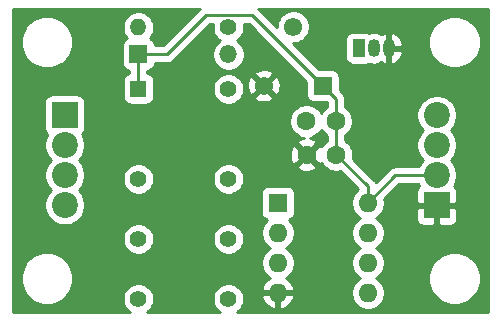
<source format=gbr>
%TF.GenerationSoftware,KiCad,Pcbnew,(5.1.12)-1*%
%TF.CreationDate,2022-01-10T13:04:04+01:00*%
%TF.ProjectId,trainCatcherRelay,74726169-6e43-4617-9463-68657252656c,rev?*%
%TF.SameCoordinates,Original*%
%TF.FileFunction,Copper,L1,Top*%
%TF.FilePolarity,Positive*%
%FSLAX46Y46*%
G04 Gerber Fmt 4.6, Leading zero omitted, Abs format (unit mm)*
G04 Created by KiCad (PCBNEW (5.1.12)-1) date 2022-01-10 13:04:04*
%MOMM*%
%LPD*%
G01*
G04 APERTURE LIST*
%TA.AperFunction,ComponentPad*%
%ADD10C,1.550000*%
%TD*%
%TA.AperFunction,ComponentPad*%
%ADD11R,1.550000X1.550000*%
%TD*%
%TA.AperFunction,ComponentPad*%
%ADD12C,1.600000*%
%TD*%
%TA.AperFunction,ComponentPad*%
%ADD13C,1.400000*%
%TD*%
%TA.AperFunction,ComponentPad*%
%ADD14R,1.400000X1.400000*%
%TD*%
%TA.AperFunction,ComponentPad*%
%ADD15R,1.050000X1.500000*%
%TD*%
%TA.AperFunction,ComponentPad*%
%ADD16O,1.050000X1.500000*%
%TD*%
%TA.AperFunction,ComponentPad*%
%ADD17O,1.600000X1.600000*%
%TD*%
%TA.AperFunction,ComponentPad*%
%ADD18R,1.600000X1.600000*%
%TD*%
%TA.AperFunction,ComponentPad*%
%ADD19O,1.400000X1.400000*%
%TD*%
%TA.AperFunction,ComponentPad*%
%ADD20C,2.200000*%
%TD*%
%TA.AperFunction,ComponentPad*%
%ADD21R,2.200000X2.200000*%
%TD*%
%TA.AperFunction,ComponentPad*%
%ADD22O,1.500000X1.500000*%
%TD*%
%TA.AperFunction,ComponentPad*%
%ADD23R,1.500000X1.500000*%
%TD*%
%TA.AperFunction,ViaPad*%
%ADD24C,0.800000*%
%TD*%
%TA.AperFunction,Conductor*%
%ADD25C,0.250000*%
%TD*%
%TA.AperFunction,Conductor*%
%ADD26C,0.254000*%
%TD*%
%TA.AperFunction,Conductor*%
%ADD27C,0.100000*%
%TD*%
G04 APERTURE END LIST*
D10*
%TO.P,RV1,2*%
%TO.N,/timeDelay*%
X147360000Y63801000D03*
D11*
%TO.P,RV1,1*%
%TO.N,+5V*%
X149860000Y58801000D03*
D10*
%TO.P,RV1,3*%
%TO.N,GND*%
X144860000Y58801000D03*
%TD*%
D12*
%TO.P,C2,2*%
%TO.N,/timeDelay*%
X148463000Y55793000D03*
%TO.P,C2,1*%
%TO.N,+5V*%
X150963000Y55793000D03*
%TD*%
D13*
%TO.P,K1,13*%
%TO.N,Net-(J2-Pad2)*%
X141859000Y50927000D03*
%TO.P,K1,9*%
%TO.N,Net-(J2-Pad3)*%
X141859000Y40767000D03*
%TO.P,K1,11*%
%TO.N,Net-(J2-Pad4)*%
X141859000Y45847000D03*
%TO.P,K1,4*%
%TO.N,Net-(J2-Pad1)*%
X134239000Y50927000D03*
%TO.P,K1,8*%
%TO.N,Net-(J2-Pad4)*%
X134239000Y40767000D03*
%TO.P,K1,6*%
%TO.N,Net-(J2-Pad3)*%
X134239000Y45847000D03*
%TO.P,K1,16*%
%TO.N,Net-(D1-Pad2)*%
X141859000Y58547000D03*
D14*
%TO.P,K1,1*%
%TO.N,+5V*%
X134239000Y58547000D03*
%TD*%
D15*
%TO.P,Q1,1*%
%TO.N,Net-(D1-Pad2)*%
X152908000Y61976000D03*
D16*
%TO.P,Q1,3*%
%TO.N,GND*%
X155448000Y61976000D03*
%TO.P,Q1,2*%
%TO.N,Net-(Q1-Pad2)*%
X154178000Y61976000D03*
%TD*%
D12*
%TO.P,C1,2*%
%TO.N,GND*%
X148503000Y52959000D03*
%TO.P,C1,1*%
%TO.N,+5V*%
X151003000Y52959000D03*
%TD*%
D17*
%TO.P,U1,8*%
%TO.N,+5V*%
X153670000Y48895000D03*
%TO.P,U1,4*%
%TO.N,GND*%
X146050000Y41275000D03*
%TO.P,U1,7*%
%TO.N,/timeDelay*%
X153670000Y46355000D03*
%TO.P,U1,3*%
%TO.N,Net-(U1-Pad3)*%
X146050000Y43815000D03*
%TO.P,U1,6*%
%TO.N,/set*%
X153670000Y43815000D03*
%TO.P,U1,2*%
%TO.N,/relay*%
X146050000Y46355000D03*
%TO.P,U1,5*%
%TO.N,/reset*%
X153670000Y41275000D03*
D18*
%TO.P,U1,1*%
%TO.N,Net-(U1-Pad1)*%
X146050000Y48895000D03*
%TD*%
D19*
%TO.P,R1,2*%
%TO.N,/relay*%
X134239000Y63754000D03*
D13*
%TO.P,R1,1*%
%TO.N,Net-(Q1-Pad2)*%
X141859000Y63754000D03*
%TD*%
D20*
%TO.P,J2,4*%
%TO.N,Net-(J2-Pad4)*%
X128000000Y48710000D03*
%TO.P,J2,3*%
%TO.N,Net-(J2-Pad3)*%
X128000000Y51250000D03*
%TO.P,J2,2*%
%TO.N,Net-(J2-Pad2)*%
X128000000Y53790000D03*
D21*
%TO.P,J2,1*%
%TO.N,Net-(J2-Pad1)*%
X128000000Y56330000D03*
%TD*%
D20*
%TO.P,J1,4*%
%TO.N,/set*%
X159500000Y56290000D03*
%TO.P,J1,3*%
%TO.N,/reset*%
X159500000Y53750000D03*
%TO.P,J1,2*%
%TO.N,+5V*%
X159500000Y51210000D03*
D21*
%TO.P,J1,1*%
%TO.N,GND*%
X159500000Y48670000D03*
%TD*%
D22*
%TO.P,D1,2*%
%TO.N,Net-(D1-Pad2)*%
X141859000Y61468000D03*
D23*
%TO.P,D1,1*%
%TO.N,+5V*%
X134239000Y61468000D03*
%TD*%
D24*
%TO.N,GND*%
X157226000Y59182000D03*
X155067000Y57531000D03*
X149225000Y61214000D03*
X145669000Y60833000D03*
X145796000Y52832000D03*
X141224000Y55880000D03*
X138430000Y54229000D03*
X139827000Y48768000D03*
X137795000Y43942000D03*
X139319000Y41021000D03*
X151384000Y41402000D03*
X149098000Y48260000D03*
X151638000Y50419000D03*
X155702000Y46736000D03*
X155194000Y52324000D03*
X155575000Y42672000D03*
X158877000Y46228000D03*
X156718000Y40767000D03*
X161671000Y49149000D03*
X161671000Y57023000D03*
X156718000Y64262000D03*
%TD*%
D25*
%TO.N,+5V*%
X155985000Y51210000D02*
X153670000Y48895000D01*
X159500000Y51210000D02*
X155985000Y51210000D01*
X153670000Y50292000D02*
X151003000Y52959000D01*
X153670000Y48895000D02*
X153670000Y50292000D01*
X151003000Y55753000D02*
X150963000Y55793000D01*
X151003000Y52959000D02*
X151003000Y55753000D01*
X150963000Y57698000D02*
X149860000Y58801000D01*
X150963000Y55793000D02*
X150963000Y57698000D01*
X143881999Y64779001D02*
X139963001Y64779001D01*
X149860000Y58801000D02*
X143881999Y64779001D01*
X136652000Y61468000D02*
X134239000Y61468000D01*
X139963001Y64779001D02*
X136652000Y61468000D01*
X134239000Y58547000D02*
X134239000Y61468000D01*
%TD*%
D26*
%TO.N,GND*%
X139423000Y65319002D02*
X139399202Y65290004D01*
X136337199Y62228000D01*
X135626087Y62228000D01*
X135614812Y62342482D01*
X135578502Y62462180D01*
X135519537Y62572494D01*
X135440185Y62669185D01*
X135343494Y62748537D01*
X135233180Y62807502D01*
X135192743Y62819768D01*
X135275962Y62902987D01*
X135422061Y63121641D01*
X135522696Y63364595D01*
X135574000Y63622514D01*
X135574000Y63885486D01*
X135522696Y64143405D01*
X135422061Y64386359D01*
X135275962Y64605013D01*
X135090013Y64790962D01*
X134871359Y64937061D01*
X134628405Y65037696D01*
X134370486Y65089000D01*
X134107514Y65089000D01*
X133849595Y65037696D01*
X133606641Y64937061D01*
X133387987Y64790962D01*
X133202038Y64605013D01*
X133055939Y64386359D01*
X132955304Y64143405D01*
X132904000Y63885486D01*
X132904000Y63622514D01*
X132955304Y63364595D01*
X133055939Y63121641D01*
X133202038Y62902987D01*
X133285257Y62819768D01*
X133244820Y62807502D01*
X133134506Y62748537D01*
X133037815Y62669185D01*
X132958463Y62572494D01*
X132899498Y62462180D01*
X132863188Y62342482D01*
X132850928Y62218000D01*
X132850928Y60718000D01*
X132863188Y60593518D01*
X132899498Y60473820D01*
X132958463Y60363506D01*
X133037815Y60266815D01*
X133134506Y60187463D01*
X133244820Y60128498D01*
X133364518Y60092188D01*
X133479001Y60080913D01*
X133479000Y59879163D01*
X133414518Y59872812D01*
X133294820Y59836502D01*
X133184506Y59777537D01*
X133087815Y59698185D01*
X133008463Y59601494D01*
X132949498Y59491180D01*
X132913188Y59371482D01*
X132900928Y59247000D01*
X132900928Y57847000D01*
X132913188Y57722518D01*
X132949498Y57602820D01*
X133008463Y57492506D01*
X133087815Y57395815D01*
X133184506Y57316463D01*
X133294820Y57257498D01*
X133414518Y57221188D01*
X133539000Y57208928D01*
X134939000Y57208928D01*
X135063482Y57221188D01*
X135183180Y57257498D01*
X135293494Y57316463D01*
X135390185Y57395815D01*
X135469537Y57492506D01*
X135528502Y57602820D01*
X135564812Y57722518D01*
X135577072Y57847000D01*
X135577072Y58678486D01*
X140524000Y58678486D01*
X140524000Y58415514D01*
X140575304Y58157595D01*
X140675939Y57914641D01*
X140822038Y57695987D01*
X141007987Y57510038D01*
X141226641Y57363939D01*
X141469595Y57263304D01*
X141727514Y57212000D01*
X141990486Y57212000D01*
X142248405Y57263304D01*
X142491359Y57363939D01*
X142710013Y57510038D01*
X142895962Y57695987D01*
X142982934Y57826151D01*
X144064756Y57826151D01*
X144133310Y57584732D01*
X144384556Y57466332D01*
X144654071Y57399222D01*
X144931502Y57385982D01*
X145206184Y57427121D01*
X145467562Y57521057D01*
X145586690Y57584732D01*
X145655244Y57826151D01*
X144860000Y58621395D01*
X144064756Y57826151D01*
X142982934Y57826151D01*
X143042061Y57914641D01*
X143142696Y58157595D01*
X143194000Y58415514D01*
X143194000Y58678486D01*
X143183853Y58729498D01*
X143444982Y58729498D01*
X143486121Y58454816D01*
X143580057Y58193438D01*
X143643732Y58074310D01*
X143885151Y58005756D01*
X144680395Y58801000D01*
X145039605Y58801000D01*
X145834849Y58005756D01*
X146076268Y58074310D01*
X146194668Y58325556D01*
X146261778Y58595071D01*
X146275018Y58872502D01*
X146233879Y59147184D01*
X146139943Y59408562D01*
X146076268Y59527690D01*
X145834849Y59596244D01*
X145039605Y58801000D01*
X144680395Y58801000D01*
X143885151Y59596244D01*
X143643732Y59527690D01*
X143525332Y59276444D01*
X143458222Y59006929D01*
X143444982Y58729498D01*
X143183853Y58729498D01*
X143142696Y58936405D01*
X143042061Y59179359D01*
X142895962Y59398013D01*
X142710013Y59583962D01*
X142491359Y59730061D01*
X142380818Y59775849D01*
X144064756Y59775849D01*
X144860000Y58980605D01*
X145655244Y59775849D01*
X145586690Y60017268D01*
X145335444Y60135668D01*
X145065929Y60202778D01*
X144788498Y60216018D01*
X144513816Y60174879D01*
X144252438Y60080943D01*
X144133310Y60017268D01*
X144064756Y59775849D01*
X142380818Y59775849D01*
X142248405Y59830696D01*
X141990486Y59882000D01*
X141727514Y59882000D01*
X141469595Y59830696D01*
X141226641Y59730061D01*
X141007987Y59583962D01*
X140822038Y59398013D01*
X140675939Y59179359D01*
X140575304Y58936405D01*
X140524000Y58678486D01*
X135577072Y58678486D01*
X135577072Y59247000D01*
X135564812Y59371482D01*
X135528502Y59491180D01*
X135469537Y59601494D01*
X135390185Y59698185D01*
X135293494Y59777537D01*
X135183180Y59836502D01*
X135063482Y59872812D01*
X134999000Y59879163D01*
X134999000Y60080913D01*
X135113482Y60092188D01*
X135233180Y60128498D01*
X135343494Y60187463D01*
X135440185Y60266815D01*
X135519537Y60363506D01*
X135578502Y60473820D01*
X135614812Y60593518D01*
X135626087Y60708000D01*
X136614678Y60708000D01*
X136652000Y60704324D01*
X136689322Y60708000D01*
X136689333Y60708000D01*
X136800986Y60718997D01*
X136944247Y60762454D01*
X137076276Y60833026D01*
X137192001Y60927999D01*
X137215804Y60957003D01*
X140277803Y64019001D01*
X140550558Y64019001D01*
X140524000Y63885486D01*
X140524000Y63622514D01*
X140575304Y63364595D01*
X140675939Y63121641D01*
X140822038Y62902987D01*
X141007987Y62717038D01*
X141121686Y62641067D01*
X140976114Y62543799D01*
X140783201Y62350886D01*
X140631629Y62124043D01*
X140527225Y61871989D01*
X140474000Y61604411D01*
X140474000Y61331589D01*
X140527225Y61064011D01*
X140631629Y60811957D01*
X140783201Y60585114D01*
X140976114Y60392201D01*
X141202957Y60240629D01*
X141455011Y60136225D01*
X141722589Y60083000D01*
X141995411Y60083000D01*
X142262989Y60136225D01*
X142515043Y60240629D01*
X142741886Y60392201D01*
X142934799Y60585114D01*
X143086371Y60811957D01*
X143190775Y61064011D01*
X143244000Y61331589D01*
X143244000Y61604411D01*
X143190775Y61871989D01*
X143086371Y62124043D01*
X142934799Y62350886D01*
X142741886Y62543799D01*
X142596314Y62641067D01*
X142710013Y62717038D01*
X142895962Y62902987D01*
X143042061Y63121641D01*
X143142696Y63364595D01*
X143194000Y63622514D01*
X143194000Y63885486D01*
X143167442Y64019001D01*
X143567198Y64019001D01*
X148446928Y59139270D01*
X148446928Y58026000D01*
X148459188Y57901518D01*
X148495498Y57781820D01*
X148554463Y57671506D01*
X148633815Y57574815D01*
X148730506Y57495463D01*
X148840820Y57436498D01*
X148960518Y57400188D01*
X149085000Y57387928D01*
X150198270Y57387928D01*
X150203001Y57383197D01*
X150203001Y57011044D01*
X150048241Y56907637D01*
X149848363Y56707759D01*
X149713000Y56505173D01*
X149577637Y56707759D01*
X149377759Y56907637D01*
X149142727Y57064680D01*
X148881574Y57172853D01*
X148604335Y57228000D01*
X148321665Y57228000D01*
X148044426Y57172853D01*
X147783273Y57064680D01*
X147548241Y56907637D01*
X147348363Y56707759D01*
X147191320Y56472727D01*
X147083147Y56211574D01*
X147028000Y55934335D01*
X147028000Y55651665D01*
X147083147Y55374426D01*
X147191320Y55113273D01*
X147348363Y54878241D01*
X147548241Y54678363D01*
X147783273Y54521320D01*
X148044426Y54413147D01*
X148250221Y54372211D01*
X148152870Y54357787D01*
X147886708Y54262603D01*
X147761486Y54195671D01*
X147689903Y53951702D01*
X148503000Y53138605D01*
X149316097Y53951702D01*
X149244514Y54195671D01*
X148989004Y54316571D01*
X148726657Y54382332D01*
X148881574Y54413147D01*
X149142727Y54521320D01*
X149377759Y54678363D01*
X149577637Y54878241D01*
X149713000Y55080827D01*
X149848363Y54878241D01*
X150048241Y54678363D01*
X150243001Y54548229D01*
X150243000Y54177044D01*
X150088241Y54073637D01*
X149888363Y53873759D01*
X149754308Y53673131D01*
X149739671Y53700514D01*
X149495702Y53772097D01*
X148682605Y52959000D01*
X149495702Y52145903D01*
X149739671Y52217486D01*
X149753324Y52246341D01*
X149888363Y52044241D01*
X150088241Y51844363D01*
X150323273Y51687320D01*
X150584426Y51579147D01*
X150861665Y51524000D01*
X151144335Y51524000D01*
X151326886Y51560312D01*
X152828567Y50058632D01*
X152755241Y50009637D01*
X152555363Y49809759D01*
X152398320Y49574727D01*
X152290147Y49313574D01*
X152235000Y49036335D01*
X152235000Y48753665D01*
X152290147Y48476426D01*
X152398320Y48215273D01*
X152555363Y47980241D01*
X152755241Y47780363D01*
X152987759Y47625000D01*
X152755241Y47469637D01*
X152555363Y47269759D01*
X152398320Y47034727D01*
X152290147Y46773574D01*
X152235000Y46496335D01*
X152235000Y46213665D01*
X152290147Y45936426D01*
X152398320Y45675273D01*
X152555363Y45440241D01*
X152755241Y45240363D01*
X152987759Y45085000D01*
X152755241Y44929637D01*
X152555363Y44729759D01*
X152398320Y44494727D01*
X152290147Y44233574D01*
X152235000Y43956335D01*
X152235000Y43673665D01*
X152290147Y43396426D01*
X152398320Y43135273D01*
X152555363Y42900241D01*
X152755241Y42700363D01*
X152987759Y42545000D01*
X152755241Y42389637D01*
X152555363Y42189759D01*
X152398320Y41954727D01*
X152290147Y41693574D01*
X152235000Y41416335D01*
X152235000Y41133665D01*
X152290147Y40856426D01*
X152398320Y40595273D01*
X152555363Y40360241D01*
X152755241Y40160363D01*
X152990273Y40003320D01*
X153251426Y39895147D01*
X153528665Y39840000D01*
X153811335Y39840000D01*
X154088574Y39895147D01*
X154349727Y40003320D01*
X154584759Y40160363D01*
X154784637Y40360241D01*
X154941680Y40595273D01*
X155049853Y40856426D01*
X155105000Y41133665D01*
X155105000Y41416335D01*
X155049853Y41693574D01*
X154941680Y41954727D01*
X154784637Y42189759D01*
X154584759Y42389637D01*
X154352241Y42545000D01*
X154584759Y42700363D01*
X154604524Y42720128D01*
X158765000Y42720128D01*
X158765000Y42279872D01*
X158850890Y41848075D01*
X159019369Y41441331D01*
X159263962Y41075271D01*
X159575271Y40763962D01*
X159941331Y40519369D01*
X160348075Y40350890D01*
X160779872Y40265000D01*
X161220128Y40265000D01*
X161651925Y40350890D01*
X162058669Y40519369D01*
X162424729Y40763962D01*
X162736038Y41075271D01*
X162980631Y41441331D01*
X163149110Y41848075D01*
X163235000Y42279872D01*
X163235000Y42720128D01*
X163149110Y43151925D01*
X162980631Y43558669D01*
X162736038Y43924729D01*
X162424729Y44236038D01*
X162058669Y44480631D01*
X161651925Y44649110D01*
X161220128Y44735000D01*
X160779872Y44735000D01*
X160348075Y44649110D01*
X159941331Y44480631D01*
X159575271Y44236038D01*
X159263962Y43924729D01*
X159019369Y43558669D01*
X158850890Y43151925D01*
X158765000Y42720128D01*
X154604524Y42720128D01*
X154784637Y42900241D01*
X154941680Y43135273D01*
X155049853Y43396426D01*
X155105000Y43673665D01*
X155105000Y43956335D01*
X155049853Y44233574D01*
X154941680Y44494727D01*
X154784637Y44729759D01*
X154584759Y44929637D01*
X154352241Y45085000D01*
X154584759Y45240363D01*
X154784637Y45440241D01*
X154941680Y45675273D01*
X155049853Y45936426D01*
X155105000Y46213665D01*
X155105000Y46496335D01*
X155049853Y46773574D01*
X154941680Y47034727D01*
X154784637Y47269759D01*
X154584759Y47469637D01*
X154434555Y47570000D01*
X157761928Y47570000D01*
X157774188Y47445518D01*
X157810498Y47325820D01*
X157869463Y47215506D01*
X157948815Y47118815D01*
X158045506Y47039463D01*
X158155820Y46980498D01*
X158275518Y46944188D01*
X158400000Y46931928D01*
X159214250Y46935000D01*
X159373000Y47093750D01*
X159373000Y48543000D01*
X159627000Y48543000D01*
X159627000Y47093750D01*
X159785750Y46935000D01*
X160600000Y46931928D01*
X160724482Y46944188D01*
X160844180Y46980498D01*
X160954494Y47039463D01*
X161051185Y47118815D01*
X161130537Y47215506D01*
X161189502Y47325820D01*
X161225812Y47445518D01*
X161238072Y47570000D01*
X161235000Y48384250D01*
X161076250Y48543000D01*
X159627000Y48543000D01*
X159373000Y48543000D01*
X157923750Y48543000D01*
X157765000Y48384250D01*
X157761928Y47570000D01*
X154434555Y47570000D01*
X154352241Y47625000D01*
X154584759Y47780363D01*
X154784637Y47980241D01*
X154941680Y48215273D01*
X155049853Y48476426D01*
X155105000Y48753665D01*
X155105000Y49036335D01*
X155068688Y49218886D01*
X156299803Y50450000D01*
X157936852Y50450000D01*
X157962463Y50388169D01*
X158029690Y50287557D01*
X157948815Y50221185D01*
X157869463Y50124494D01*
X157810498Y50014180D01*
X157774188Y49894482D01*
X157761928Y49770000D01*
X157765000Y48955750D01*
X157923750Y48797000D01*
X159373000Y48797000D01*
X159373000Y48817000D01*
X159627000Y48817000D01*
X159627000Y48797000D01*
X161076250Y48797000D01*
X161235000Y48955750D01*
X161238072Y49770000D01*
X161225812Y49894482D01*
X161189502Y50014180D01*
X161130537Y50124494D01*
X161051185Y50221185D01*
X160970310Y50287557D01*
X161037537Y50388169D01*
X161168325Y50703919D01*
X161235000Y51039117D01*
X161235000Y51380883D01*
X161168325Y51716081D01*
X161037537Y52031831D01*
X160847663Y52315998D01*
X160683661Y52480000D01*
X160847663Y52644002D01*
X161037537Y52928169D01*
X161168325Y53243919D01*
X161235000Y53579117D01*
X161235000Y53920883D01*
X161168325Y54256081D01*
X161037537Y54571831D01*
X160847663Y54855998D01*
X160683661Y55020000D01*
X160847663Y55184002D01*
X161037537Y55468169D01*
X161168325Y55783919D01*
X161235000Y56119117D01*
X161235000Y56460883D01*
X161168325Y56796081D01*
X161037537Y57111831D01*
X160847663Y57395998D01*
X160605998Y57637663D01*
X160321831Y57827537D01*
X160006081Y57958325D01*
X159670883Y58025000D01*
X159329117Y58025000D01*
X158993919Y57958325D01*
X158678169Y57827537D01*
X158394002Y57637663D01*
X158152337Y57395998D01*
X157962463Y57111831D01*
X157831675Y56796081D01*
X157765000Y56460883D01*
X157765000Y56119117D01*
X157831675Y55783919D01*
X157962463Y55468169D01*
X158152337Y55184002D01*
X158316339Y55020000D01*
X158152337Y54855998D01*
X157962463Y54571831D01*
X157831675Y54256081D01*
X157765000Y53920883D01*
X157765000Y53579117D01*
X157831675Y53243919D01*
X157962463Y52928169D01*
X158152337Y52644002D01*
X158316339Y52480000D01*
X158152337Y52315998D01*
X157962463Y52031831D01*
X157936852Y51970000D01*
X156022322Y51970000D01*
X155984999Y51973676D01*
X155947676Y51970000D01*
X155947667Y51970000D01*
X155836014Y51959003D01*
X155692753Y51915546D01*
X155560724Y51844974D01*
X155544685Y51831811D01*
X155473996Y51773799D01*
X155473992Y51773795D01*
X155444999Y51750001D01*
X155421205Y51721008D01*
X154343813Y50643615D01*
X154304974Y50716276D01*
X154233799Y50803003D01*
X154210001Y50832001D01*
X154181003Y50855799D01*
X152401688Y52635114D01*
X152438000Y52817665D01*
X152438000Y53100335D01*
X152382853Y53377574D01*
X152274680Y53638727D01*
X152117637Y53873759D01*
X151917759Y54073637D01*
X151763000Y54177043D01*
X151763000Y54601684D01*
X151877759Y54678363D01*
X152077637Y54878241D01*
X152234680Y55113273D01*
X152342853Y55374426D01*
X152398000Y55651665D01*
X152398000Y55934335D01*
X152342853Y56211574D01*
X152234680Y56472727D01*
X152077637Y56707759D01*
X151877759Y56907637D01*
X151723000Y57011043D01*
X151723000Y57660667D01*
X151726677Y57698000D01*
X151712003Y57846986D01*
X151668546Y57990247D01*
X151597974Y58122276D01*
X151526799Y58209003D01*
X151503001Y58238001D01*
X151474003Y58261799D01*
X151273072Y58462730D01*
X151273072Y59576000D01*
X151260812Y59700482D01*
X151224502Y59820180D01*
X151165537Y59930494D01*
X151086185Y60027185D01*
X150989494Y60106537D01*
X150879180Y60165502D01*
X150759482Y60201812D01*
X150635000Y60214072D01*
X149521730Y60214072D01*
X147344801Y62391000D01*
X147498873Y62391000D01*
X147771282Y62445186D01*
X148027885Y62551475D01*
X148258822Y62705782D01*
X148279040Y62726000D01*
X151744928Y62726000D01*
X151744928Y61226000D01*
X151757188Y61101518D01*
X151793498Y60981820D01*
X151852463Y60871506D01*
X151931815Y60774815D01*
X152028506Y60695463D01*
X152138820Y60636498D01*
X152258518Y60600188D01*
X152383000Y60587928D01*
X153433000Y60587928D01*
X153557482Y60600188D01*
X153677180Y60636498D01*
X153741902Y60671093D01*
X153950601Y60607785D01*
X154178000Y60585388D01*
X154405400Y60607785D01*
X154624060Y60674115D01*
X154812669Y60774929D01*
X154871118Y60733725D01*
X155080663Y60640728D01*
X155142190Y60632036D01*
X155321000Y60757837D01*
X155321000Y61522892D01*
X155321215Y61523601D01*
X155338000Y61694022D01*
X155338000Y61849000D01*
X155575000Y61849000D01*
X155575000Y60757837D01*
X155753810Y60632036D01*
X155815337Y60640728D01*
X156024882Y60733725D01*
X156212258Y60865816D01*
X156370264Y61031924D01*
X156492828Y61225666D01*
X156575239Y61439596D01*
X156614331Y61665493D01*
X156454598Y61849000D01*
X155575000Y61849000D01*
X155338000Y61849000D01*
X155338000Y62257979D01*
X155321215Y62428400D01*
X155321000Y62429109D01*
X155321000Y63194163D01*
X155575000Y63194163D01*
X155575000Y62103000D01*
X156454598Y62103000D01*
X156614331Y62286507D01*
X156575239Y62512404D01*
X156495219Y62720128D01*
X158765000Y62720128D01*
X158765000Y62279872D01*
X158850890Y61848075D01*
X159019369Y61441331D01*
X159263962Y61075271D01*
X159575271Y60763962D01*
X159941331Y60519369D01*
X160348075Y60350890D01*
X160779872Y60265000D01*
X161220128Y60265000D01*
X161651925Y60350890D01*
X162058669Y60519369D01*
X162424729Y60763962D01*
X162736038Y61075271D01*
X162980631Y61441331D01*
X163149110Y61848075D01*
X163235000Y62279872D01*
X163235000Y62720128D01*
X163149110Y63151925D01*
X162980631Y63558669D01*
X162736038Y63924729D01*
X162424729Y64236038D01*
X162058669Y64480631D01*
X161651925Y64649110D01*
X161220128Y64735000D01*
X160779872Y64735000D01*
X160348075Y64649110D01*
X159941331Y64480631D01*
X159575271Y64236038D01*
X159263962Y63924729D01*
X159019369Y63558669D01*
X158850890Y63151925D01*
X158765000Y62720128D01*
X156495219Y62720128D01*
X156492828Y62726334D01*
X156370264Y62920076D01*
X156212258Y63086184D01*
X156024882Y63218275D01*
X155815337Y63311272D01*
X155753810Y63319964D01*
X155575000Y63194163D01*
X155321000Y63194163D01*
X155142190Y63319964D01*
X155080663Y63311272D01*
X154871118Y63218275D01*
X154812669Y63177071D01*
X154624059Y63277885D01*
X154405399Y63344215D01*
X154178000Y63366612D01*
X153950600Y63344215D01*
X153741902Y63280907D01*
X153677180Y63315502D01*
X153557482Y63351812D01*
X153433000Y63364072D01*
X152383000Y63364072D01*
X152258518Y63351812D01*
X152138820Y63315502D01*
X152028506Y63256537D01*
X151931815Y63177185D01*
X151852463Y63080494D01*
X151793498Y62970180D01*
X151757188Y62850482D01*
X151744928Y62726000D01*
X148279040Y62726000D01*
X148455218Y62902178D01*
X148609525Y63133115D01*
X148715814Y63389718D01*
X148770000Y63662127D01*
X148770000Y63939873D01*
X148715814Y64212282D01*
X148609525Y64468885D01*
X148455218Y64699822D01*
X148258822Y64896218D01*
X148027885Y65050525D01*
X147771282Y65156814D01*
X147498873Y65211000D01*
X147221127Y65211000D01*
X146948718Y65156814D01*
X146692115Y65050525D01*
X146461178Y64896218D01*
X146264782Y64699822D01*
X146110475Y64468885D01*
X146004186Y64212282D01*
X145950000Y63939873D01*
X145950000Y63785801D01*
X144445803Y65289998D01*
X144422000Y65319002D01*
X144396414Y65340000D01*
X163840001Y65340000D01*
X163840000Y39660000D01*
X142605193Y39660000D01*
X142710013Y39730038D01*
X142895962Y39915987D01*
X143042061Y40134641D01*
X143142696Y40377595D01*
X143194000Y40635514D01*
X143194000Y40898486D01*
X143188535Y40925961D01*
X144658096Y40925961D01*
X144698754Y40791913D01*
X144818963Y40537580D01*
X144986481Y40311586D01*
X145194869Y40122615D01*
X145436119Y39977930D01*
X145700960Y39883091D01*
X145923000Y40004376D01*
X145923000Y41148000D01*
X146177000Y41148000D01*
X146177000Y40004376D01*
X146399040Y39883091D01*
X146663881Y39977930D01*
X146905131Y40122615D01*
X147113519Y40311586D01*
X147281037Y40537580D01*
X147401246Y40791913D01*
X147441904Y40925961D01*
X147319915Y41148000D01*
X146177000Y41148000D01*
X145923000Y41148000D01*
X144780085Y41148000D01*
X144658096Y40925961D01*
X143188535Y40925961D01*
X143142696Y41156405D01*
X143042061Y41399359D01*
X142895962Y41618013D01*
X142710013Y41803962D01*
X142491359Y41950061D01*
X142248405Y42050696D01*
X141990486Y42102000D01*
X141727514Y42102000D01*
X141469595Y42050696D01*
X141226641Y41950061D01*
X141007987Y41803962D01*
X140822038Y41618013D01*
X140675939Y41399359D01*
X140575304Y41156405D01*
X140524000Y40898486D01*
X140524000Y40635514D01*
X140575304Y40377595D01*
X140675939Y40134641D01*
X140822038Y39915987D01*
X141007987Y39730038D01*
X141112807Y39660000D01*
X134985193Y39660000D01*
X135090013Y39730038D01*
X135275962Y39915987D01*
X135422061Y40134641D01*
X135522696Y40377595D01*
X135574000Y40635514D01*
X135574000Y40898486D01*
X135522696Y41156405D01*
X135422061Y41399359D01*
X135275962Y41618013D01*
X135090013Y41803962D01*
X134871359Y41950061D01*
X134628405Y42050696D01*
X134370486Y42102000D01*
X134107514Y42102000D01*
X133849595Y42050696D01*
X133606641Y41950061D01*
X133387987Y41803962D01*
X133202038Y41618013D01*
X133055939Y41399359D01*
X132955304Y41156405D01*
X132904000Y40898486D01*
X132904000Y40635514D01*
X132955304Y40377595D01*
X133055939Y40134641D01*
X133202038Y39915987D01*
X133387987Y39730038D01*
X133492807Y39660000D01*
X123660000Y39660000D01*
X123660000Y42720128D01*
X124265000Y42720128D01*
X124265000Y42279872D01*
X124350890Y41848075D01*
X124519369Y41441331D01*
X124763962Y41075271D01*
X125075271Y40763962D01*
X125441331Y40519369D01*
X125848075Y40350890D01*
X126279872Y40265000D01*
X126720128Y40265000D01*
X127151925Y40350890D01*
X127558669Y40519369D01*
X127924729Y40763962D01*
X128236038Y41075271D01*
X128480631Y41441331D01*
X128649110Y41848075D01*
X128735000Y42279872D01*
X128735000Y42720128D01*
X128649110Y43151925D01*
X128480631Y43558669D01*
X128236038Y43924729D01*
X127924729Y44236038D01*
X127558669Y44480631D01*
X127151925Y44649110D01*
X126720128Y44735000D01*
X126279872Y44735000D01*
X125848075Y44649110D01*
X125441331Y44480631D01*
X125075271Y44236038D01*
X124763962Y43924729D01*
X124519369Y43558669D01*
X124350890Y43151925D01*
X124265000Y42720128D01*
X123660000Y42720128D01*
X123660000Y45978486D01*
X132904000Y45978486D01*
X132904000Y45715514D01*
X132955304Y45457595D01*
X133055939Y45214641D01*
X133202038Y44995987D01*
X133387987Y44810038D01*
X133606641Y44663939D01*
X133849595Y44563304D01*
X134107514Y44512000D01*
X134370486Y44512000D01*
X134628405Y44563304D01*
X134871359Y44663939D01*
X135090013Y44810038D01*
X135275962Y44995987D01*
X135422061Y45214641D01*
X135522696Y45457595D01*
X135574000Y45715514D01*
X135574000Y45978486D01*
X140524000Y45978486D01*
X140524000Y45715514D01*
X140575304Y45457595D01*
X140675939Y45214641D01*
X140822038Y44995987D01*
X141007987Y44810038D01*
X141226641Y44663939D01*
X141469595Y44563304D01*
X141727514Y44512000D01*
X141990486Y44512000D01*
X142248405Y44563304D01*
X142491359Y44663939D01*
X142710013Y44810038D01*
X142895962Y44995987D01*
X143042061Y45214641D01*
X143142696Y45457595D01*
X143194000Y45715514D01*
X143194000Y45978486D01*
X143142696Y46236405D01*
X143042061Y46479359D01*
X142895962Y46698013D01*
X142710013Y46883962D01*
X142491359Y47030061D01*
X142248405Y47130696D01*
X141990486Y47182000D01*
X141727514Y47182000D01*
X141469595Y47130696D01*
X141226641Y47030061D01*
X141007987Y46883962D01*
X140822038Y46698013D01*
X140675939Y46479359D01*
X140575304Y46236405D01*
X140524000Y45978486D01*
X135574000Y45978486D01*
X135522696Y46236405D01*
X135422061Y46479359D01*
X135275962Y46698013D01*
X135090013Y46883962D01*
X134871359Y47030061D01*
X134628405Y47130696D01*
X134370486Y47182000D01*
X134107514Y47182000D01*
X133849595Y47130696D01*
X133606641Y47030061D01*
X133387987Y46883962D01*
X133202038Y46698013D01*
X133055939Y46479359D01*
X132955304Y46236405D01*
X132904000Y45978486D01*
X123660000Y45978486D01*
X123660000Y57430000D01*
X126261928Y57430000D01*
X126261928Y55230000D01*
X126274188Y55105518D01*
X126310498Y54985820D01*
X126369463Y54875506D01*
X126448815Y54778815D01*
X126529690Y54712443D01*
X126462463Y54611831D01*
X126331675Y54296081D01*
X126265000Y53960883D01*
X126265000Y53619117D01*
X126331675Y53283919D01*
X126462463Y52968169D01*
X126652337Y52684002D01*
X126816339Y52520000D01*
X126652337Y52355998D01*
X126462463Y52071831D01*
X126331675Y51756081D01*
X126265000Y51420883D01*
X126265000Y51079117D01*
X126331675Y50743919D01*
X126462463Y50428169D01*
X126652337Y50144002D01*
X126816339Y49980000D01*
X126652337Y49815998D01*
X126462463Y49531831D01*
X126331675Y49216081D01*
X126265000Y48880883D01*
X126265000Y48539117D01*
X126331675Y48203919D01*
X126462463Y47888169D01*
X126652337Y47604002D01*
X126894002Y47362337D01*
X127178169Y47172463D01*
X127493919Y47041675D01*
X127829117Y46975000D01*
X128170883Y46975000D01*
X128506081Y47041675D01*
X128821831Y47172463D01*
X129105998Y47362337D01*
X129347663Y47604002D01*
X129537537Y47888169D01*
X129668325Y48203919D01*
X129735000Y48539117D01*
X129735000Y48880883D01*
X129668325Y49216081D01*
X129537537Y49531831D01*
X129347663Y49815998D01*
X129183661Y49980000D01*
X129347663Y50144002D01*
X129537537Y50428169D01*
X129668325Y50743919D01*
X129730896Y51058486D01*
X132904000Y51058486D01*
X132904000Y50795514D01*
X132955304Y50537595D01*
X133055939Y50294641D01*
X133202038Y50075987D01*
X133387987Y49890038D01*
X133606641Y49743939D01*
X133849595Y49643304D01*
X134107514Y49592000D01*
X134370486Y49592000D01*
X134628405Y49643304D01*
X134871359Y49743939D01*
X135090013Y49890038D01*
X135275962Y50075987D01*
X135422061Y50294641D01*
X135522696Y50537595D01*
X135574000Y50795514D01*
X135574000Y51058486D01*
X140524000Y51058486D01*
X140524000Y50795514D01*
X140575304Y50537595D01*
X140675939Y50294641D01*
X140822038Y50075987D01*
X141007987Y49890038D01*
X141226641Y49743939D01*
X141469595Y49643304D01*
X141727514Y49592000D01*
X141990486Y49592000D01*
X142248405Y49643304D01*
X142373209Y49695000D01*
X144611928Y49695000D01*
X144611928Y48095000D01*
X144624188Y47970518D01*
X144660498Y47850820D01*
X144719463Y47740506D01*
X144798815Y47643815D01*
X144895506Y47564463D01*
X145005820Y47505498D01*
X145125518Y47469188D01*
X145133961Y47468357D01*
X144935363Y47269759D01*
X144778320Y47034727D01*
X144670147Y46773574D01*
X144615000Y46496335D01*
X144615000Y46213665D01*
X144670147Y45936426D01*
X144778320Y45675273D01*
X144935363Y45440241D01*
X145135241Y45240363D01*
X145367759Y45085000D01*
X145135241Y44929637D01*
X144935363Y44729759D01*
X144778320Y44494727D01*
X144670147Y44233574D01*
X144615000Y43956335D01*
X144615000Y43673665D01*
X144670147Y43396426D01*
X144778320Y43135273D01*
X144935363Y42900241D01*
X145135241Y42700363D01*
X145370273Y42543320D01*
X145380865Y42538933D01*
X145194869Y42427385D01*
X144986481Y42238414D01*
X144818963Y42012420D01*
X144698754Y41758087D01*
X144658096Y41624039D01*
X144780085Y41402000D01*
X145923000Y41402000D01*
X145923000Y41422000D01*
X146177000Y41422000D01*
X146177000Y41402000D01*
X147319915Y41402000D01*
X147441904Y41624039D01*
X147401246Y41758087D01*
X147281037Y42012420D01*
X147113519Y42238414D01*
X146905131Y42427385D01*
X146719135Y42538933D01*
X146729727Y42543320D01*
X146964759Y42700363D01*
X147164637Y42900241D01*
X147321680Y43135273D01*
X147429853Y43396426D01*
X147485000Y43673665D01*
X147485000Y43956335D01*
X147429853Y44233574D01*
X147321680Y44494727D01*
X147164637Y44729759D01*
X146964759Y44929637D01*
X146732241Y45085000D01*
X146964759Y45240363D01*
X147164637Y45440241D01*
X147321680Y45675273D01*
X147429853Y45936426D01*
X147485000Y46213665D01*
X147485000Y46496335D01*
X147429853Y46773574D01*
X147321680Y47034727D01*
X147164637Y47269759D01*
X146966039Y47468357D01*
X146974482Y47469188D01*
X147094180Y47505498D01*
X147204494Y47564463D01*
X147301185Y47643815D01*
X147380537Y47740506D01*
X147439502Y47850820D01*
X147475812Y47970518D01*
X147488072Y48095000D01*
X147488072Y49695000D01*
X147475812Y49819482D01*
X147439502Y49939180D01*
X147380537Y50049494D01*
X147301185Y50146185D01*
X147204494Y50225537D01*
X147094180Y50284502D01*
X146974482Y50320812D01*
X146850000Y50333072D01*
X145250000Y50333072D01*
X145125518Y50320812D01*
X145005820Y50284502D01*
X144895506Y50225537D01*
X144798815Y50146185D01*
X144719463Y50049494D01*
X144660498Y49939180D01*
X144624188Y49819482D01*
X144611928Y49695000D01*
X142373209Y49695000D01*
X142491359Y49743939D01*
X142710013Y49890038D01*
X142895962Y50075987D01*
X143042061Y50294641D01*
X143142696Y50537595D01*
X143194000Y50795514D01*
X143194000Y51058486D01*
X143142696Y51316405D01*
X143042061Y51559359D01*
X142895962Y51778013D01*
X142710013Y51963962D01*
X142706517Y51966298D01*
X147689903Y51966298D01*
X147761486Y51722329D01*
X148016996Y51601429D01*
X148291184Y51532700D01*
X148573512Y51518783D01*
X148853130Y51560213D01*
X149119292Y51655397D01*
X149244514Y51722329D01*
X149316097Y51966298D01*
X148503000Y52779395D01*
X147689903Y51966298D01*
X142706517Y51966298D01*
X142491359Y52110061D01*
X142248405Y52210696D01*
X141990486Y52262000D01*
X141727514Y52262000D01*
X141469595Y52210696D01*
X141226641Y52110061D01*
X141007987Y51963962D01*
X140822038Y51778013D01*
X140675939Y51559359D01*
X140575304Y51316405D01*
X140524000Y51058486D01*
X135574000Y51058486D01*
X135522696Y51316405D01*
X135422061Y51559359D01*
X135275962Y51778013D01*
X135090013Y51963962D01*
X134871359Y52110061D01*
X134628405Y52210696D01*
X134370486Y52262000D01*
X134107514Y52262000D01*
X133849595Y52210696D01*
X133606641Y52110061D01*
X133387987Y51963962D01*
X133202038Y51778013D01*
X133055939Y51559359D01*
X132955304Y51316405D01*
X132904000Y51058486D01*
X129730896Y51058486D01*
X129735000Y51079117D01*
X129735000Y51420883D01*
X129668325Y51756081D01*
X129537537Y52071831D01*
X129347663Y52355998D01*
X129183661Y52520000D01*
X129347663Y52684002D01*
X129484295Y52888488D01*
X147062783Y52888488D01*
X147104213Y52608870D01*
X147199397Y52342708D01*
X147266329Y52217486D01*
X147510298Y52145903D01*
X148323395Y52959000D01*
X147510298Y53772097D01*
X147266329Y53700514D01*
X147145429Y53445004D01*
X147076700Y53170816D01*
X147062783Y52888488D01*
X129484295Y52888488D01*
X129537537Y52968169D01*
X129668325Y53283919D01*
X129735000Y53619117D01*
X129735000Y53960883D01*
X129668325Y54296081D01*
X129537537Y54611831D01*
X129470310Y54712443D01*
X129551185Y54778815D01*
X129630537Y54875506D01*
X129689502Y54985820D01*
X129725812Y55105518D01*
X129738072Y55230000D01*
X129738072Y57430000D01*
X129725812Y57554482D01*
X129689502Y57674180D01*
X129630537Y57784494D01*
X129551185Y57881185D01*
X129454494Y57960537D01*
X129344180Y58019502D01*
X129224482Y58055812D01*
X129100000Y58068072D01*
X126900000Y58068072D01*
X126775518Y58055812D01*
X126655820Y58019502D01*
X126545506Y57960537D01*
X126448815Y57881185D01*
X126369463Y57784494D01*
X126310498Y57674180D01*
X126274188Y57554482D01*
X126261928Y57430000D01*
X123660000Y57430000D01*
X123660000Y62720128D01*
X124265000Y62720128D01*
X124265000Y62279872D01*
X124350890Y61848075D01*
X124519369Y61441331D01*
X124763962Y61075271D01*
X125075271Y60763962D01*
X125441331Y60519369D01*
X125848075Y60350890D01*
X126279872Y60265000D01*
X126720128Y60265000D01*
X127151925Y60350890D01*
X127558669Y60519369D01*
X127924729Y60763962D01*
X128236038Y61075271D01*
X128480631Y61441331D01*
X128649110Y61848075D01*
X128735000Y62279872D01*
X128735000Y62720128D01*
X128649110Y63151925D01*
X128480631Y63558669D01*
X128236038Y63924729D01*
X127924729Y64236038D01*
X127558669Y64480631D01*
X127151925Y64649110D01*
X126720128Y64735000D01*
X126279872Y64735000D01*
X125848075Y64649110D01*
X125441331Y64480631D01*
X125075271Y64236038D01*
X124763962Y63924729D01*
X124519369Y63558669D01*
X124350890Y63151925D01*
X124265000Y62720128D01*
X123660000Y62720128D01*
X123660000Y65340000D01*
X139448586Y65340000D01*
X139423000Y65319002D01*
%TA.AperFunction,Conductor*%
D27*
G36*
X139423000Y65319002D02*
G01*
X139399202Y65290004D01*
X136337199Y62228000D01*
X135626087Y62228000D01*
X135614812Y62342482D01*
X135578502Y62462180D01*
X135519537Y62572494D01*
X135440185Y62669185D01*
X135343494Y62748537D01*
X135233180Y62807502D01*
X135192743Y62819768D01*
X135275962Y62902987D01*
X135422061Y63121641D01*
X135522696Y63364595D01*
X135574000Y63622514D01*
X135574000Y63885486D01*
X135522696Y64143405D01*
X135422061Y64386359D01*
X135275962Y64605013D01*
X135090013Y64790962D01*
X134871359Y64937061D01*
X134628405Y65037696D01*
X134370486Y65089000D01*
X134107514Y65089000D01*
X133849595Y65037696D01*
X133606641Y64937061D01*
X133387987Y64790962D01*
X133202038Y64605013D01*
X133055939Y64386359D01*
X132955304Y64143405D01*
X132904000Y63885486D01*
X132904000Y63622514D01*
X132955304Y63364595D01*
X133055939Y63121641D01*
X133202038Y62902987D01*
X133285257Y62819768D01*
X133244820Y62807502D01*
X133134506Y62748537D01*
X133037815Y62669185D01*
X132958463Y62572494D01*
X132899498Y62462180D01*
X132863188Y62342482D01*
X132850928Y62218000D01*
X132850928Y60718000D01*
X132863188Y60593518D01*
X132899498Y60473820D01*
X132958463Y60363506D01*
X133037815Y60266815D01*
X133134506Y60187463D01*
X133244820Y60128498D01*
X133364518Y60092188D01*
X133479001Y60080913D01*
X133479000Y59879163D01*
X133414518Y59872812D01*
X133294820Y59836502D01*
X133184506Y59777537D01*
X133087815Y59698185D01*
X133008463Y59601494D01*
X132949498Y59491180D01*
X132913188Y59371482D01*
X132900928Y59247000D01*
X132900928Y57847000D01*
X132913188Y57722518D01*
X132949498Y57602820D01*
X133008463Y57492506D01*
X133087815Y57395815D01*
X133184506Y57316463D01*
X133294820Y57257498D01*
X133414518Y57221188D01*
X133539000Y57208928D01*
X134939000Y57208928D01*
X135063482Y57221188D01*
X135183180Y57257498D01*
X135293494Y57316463D01*
X135390185Y57395815D01*
X135469537Y57492506D01*
X135528502Y57602820D01*
X135564812Y57722518D01*
X135577072Y57847000D01*
X135577072Y58678486D01*
X140524000Y58678486D01*
X140524000Y58415514D01*
X140575304Y58157595D01*
X140675939Y57914641D01*
X140822038Y57695987D01*
X141007987Y57510038D01*
X141226641Y57363939D01*
X141469595Y57263304D01*
X141727514Y57212000D01*
X141990486Y57212000D01*
X142248405Y57263304D01*
X142491359Y57363939D01*
X142710013Y57510038D01*
X142895962Y57695987D01*
X142982934Y57826151D01*
X144064756Y57826151D01*
X144133310Y57584732D01*
X144384556Y57466332D01*
X144654071Y57399222D01*
X144931502Y57385982D01*
X145206184Y57427121D01*
X145467562Y57521057D01*
X145586690Y57584732D01*
X145655244Y57826151D01*
X144860000Y58621395D01*
X144064756Y57826151D01*
X142982934Y57826151D01*
X143042061Y57914641D01*
X143142696Y58157595D01*
X143194000Y58415514D01*
X143194000Y58678486D01*
X143183853Y58729498D01*
X143444982Y58729498D01*
X143486121Y58454816D01*
X143580057Y58193438D01*
X143643732Y58074310D01*
X143885151Y58005756D01*
X144680395Y58801000D01*
X145039605Y58801000D01*
X145834849Y58005756D01*
X146076268Y58074310D01*
X146194668Y58325556D01*
X146261778Y58595071D01*
X146275018Y58872502D01*
X146233879Y59147184D01*
X146139943Y59408562D01*
X146076268Y59527690D01*
X145834849Y59596244D01*
X145039605Y58801000D01*
X144680395Y58801000D01*
X143885151Y59596244D01*
X143643732Y59527690D01*
X143525332Y59276444D01*
X143458222Y59006929D01*
X143444982Y58729498D01*
X143183853Y58729498D01*
X143142696Y58936405D01*
X143042061Y59179359D01*
X142895962Y59398013D01*
X142710013Y59583962D01*
X142491359Y59730061D01*
X142380818Y59775849D01*
X144064756Y59775849D01*
X144860000Y58980605D01*
X145655244Y59775849D01*
X145586690Y60017268D01*
X145335444Y60135668D01*
X145065929Y60202778D01*
X144788498Y60216018D01*
X144513816Y60174879D01*
X144252438Y60080943D01*
X144133310Y60017268D01*
X144064756Y59775849D01*
X142380818Y59775849D01*
X142248405Y59830696D01*
X141990486Y59882000D01*
X141727514Y59882000D01*
X141469595Y59830696D01*
X141226641Y59730061D01*
X141007987Y59583962D01*
X140822038Y59398013D01*
X140675939Y59179359D01*
X140575304Y58936405D01*
X140524000Y58678486D01*
X135577072Y58678486D01*
X135577072Y59247000D01*
X135564812Y59371482D01*
X135528502Y59491180D01*
X135469537Y59601494D01*
X135390185Y59698185D01*
X135293494Y59777537D01*
X135183180Y59836502D01*
X135063482Y59872812D01*
X134999000Y59879163D01*
X134999000Y60080913D01*
X135113482Y60092188D01*
X135233180Y60128498D01*
X135343494Y60187463D01*
X135440185Y60266815D01*
X135519537Y60363506D01*
X135578502Y60473820D01*
X135614812Y60593518D01*
X135626087Y60708000D01*
X136614678Y60708000D01*
X136652000Y60704324D01*
X136689322Y60708000D01*
X136689333Y60708000D01*
X136800986Y60718997D01*
X136944247Y60762454D01*
X137076276Y60833026D01*
X137192001Y60927999D01*
X137215804Y60957003D01*
X140277803Y64019001D01*
X140550558Y64019001D01*
X140524000Y63885486D01*
X140524000Y63622514D01*
X140575304Y63364595D01*
X140675939Y63121641D01*
X140822038Y62902987D01*
X141007987Y62717038D01*
X141121686Y62641067D01*
X140976114Y62543799D01*
X140783201Y62350886D01*
X140631629Y62124043D01*
X140527225Y61871989D01*
X140474000Y61604411D01*
X140474000Y61331589D01*
X140527225Y61064011D01*
X140631629Y60811957D01*
X140783201Y60585114D01*
X140976114Y60392201D01*
X141202957Y60240629D01*
X141455011Y60136225D01*
X141722589Y60083000D01*
X141995411Y60083000D01*
X142262989Y60136225D01*
X142515043Y60240629D01*
X142741886Y60392201D01*
X142934799Y60585114D01*
X143086371Y60811957D01*
X143190775Y61064011D01*
X143244000Y61331589D01*
X143244000Y61604411D01*
X143190775Y61871989D01*
X143086371Y62124043D01*
X142934799Y62350886D01*
X142741886Y62543799D01*
X142596314Y62641067D01*
X142710013Y62717038D01*
X142895962Y62902987D01*
X143042061Y63121641D01*
X143142696Y63364595D01*
X143194000Y63622514D01*
X143194000Y63885486D01*
X143167442Y64019001D01*
X143567198Y64019001D01*
X148446928Y59139270D01*
X148446928Y58026000D01*
X148459188Y57901518D01*
X148495498Y57781820D01*
X148554463Y57671506D01*
X148633815Y57574815D01*
X148730506Y57495463D01*
X148840820Y57436498D01*
X148960518Y57400188D01*
X149085000Y57387928D01*
X150198270Y57387928D01*
X150203001Y57383197D01*
X150203001Y57011044D01*
X150048241Y56907637D01*
X149848363Y56707759D01*
X149713000Y56505173D01*
X149577637Y56707759D01*
X149377759Y56907637D01*
X149142727Y57064680D01*
X148881574Y57172853D01*
X148604335Y57228000D01*
X148321665Y57228000D01*
X148044426Y57172853D01*
X147783273Y57064680D01*
X147548241Y56907637D01*
X147348363Y56707759D01*
X147191320Y56472727D01*
X147083147Y56211574D01*
X147028000Y55934335D01*
X147028000Y55651665D01*
X147083147Y55374426D01*
X147191320Y55113273D01*
X147348363Y54878241D01*
X147548241Y54678363D01*
X147783273Y54521320D01*
X148044426Y54413147D01*
X148250221Y54372211D01*
X148152870Y54357787D01*
X147886708Y54262603D01*
X147761486Y54195671D01*
X147689903Y53951702D01*
X148503000Y53138605D01*
X149316097Y53951702D01*
X149244514Y54195671D01*
X148989004Y54316571D01*
X148726657Y54382332D01*
X148881574Y54413147D01*
X149142727Y54521320D01*
X149377759Y54678363D01*
X149577637Y54878241D01*
X149713000Y55080827D01*
X149848363Y54878241D01*
X150048241Y54678363D01*
X150243001Y54548229D01*
X150243000Y54177044D01*
X150088241Y54073637D01*
X149888363Y53873759D01*
X149754308Y53673131D01*
X149739671Y53700514D01*
X149495702Y53772097D01*
X148682605Y52959000D01*
X149495702Y52145903D01*
X149739671Y52217486D01*
X149753324Y52246341D01*
X149888363Y52044241D01*
X150088241Y51844363D01*
X150323273Y51687320D01*
X150584426Y51579147D01*
X150861665Y51524000D01*
X151144335Y51524000D01*
X151326886Y51560312D01*
X152828567Y50058632D01*
X152755241Y50009637D01*
X152555363Y49809759D01*
X152398320Y49574727D01*
X152290147Y49313574D01*
X152235000Y49036335D01*
X152235000Y48753665D01*
X152290147Y48476426D01*
X152398320Y48215273D01*
X152555363Y47980241D01*
X152755241Y47780363D01*
X152987759Y47625000D01*
X152755241Y47469637D01*
X152555363Y47269759D01*
X152398320Y47034727D01*
X152290147Y46773574D01*
X152235000Y46496335D01*
X152235000Y46213665D01*
X152290147Y45936426D01*
X152398320Y45675273D01*
X152555363Y45440241D01*
X152755241Y45240363D01*
X152987759Y45085000D01*
X152755241Y44929637D01*
X152555363Y44729759D01*
X152398320Y44494727D01*
X152290147Y44233574D01*
X152235000Y43956335D01*
X152235000Y43673665D01*
X152290147Y43396426D01*
X152398320Y43135273D01*
X152555363Y42900241D01*
X152755241Y42700363D01*
X152987759Y42545000D01*
X152755241Y42389637D01*
X152555363Y42189759D01*
X152398320Y41954727D01*
X152290147Y41693574D01*
X152235000Y41416335D01*
X152235000Y41133665D01*
X152290147Y40856426D01*
X152398320Y40595273D01*
X152555363Y40360241D01*
X152755241Y40160363D01*
X152990273Y40003320D01*
X153251426Y39895147D01*
X153528665Y39840000D01*
X153811335Y39840000D01*
X154088574Y39895147D01*
X154349727Y40003320D01*
X154584759Y40160363D01*
X154784637Y40360241D01*
X154941680Y40595273D01*
X155049853Y40856426D01*
X155105000Y41133665D01*
X155105000Y41416335D01*
X155049853Y41693574D01*
X154941680Y41954727D01*
X154784637Y42189759D01*
X154584759Y42389637D01*
X154352241Y42545000D01*
X154584759Y42700363D01*
X154604524Y42720128D01*
X158765000Y42720128D01*
X158765000Y42279872D01*
X158850890Y41848075D01*
X159019369Y41441331D01*
X159263962Y41075271D01*
X159575271Y40763962D01*
X159941331Y40519369D01*
X160348075Y40350890D01*
X160779872Y40265000D01*
X161220128Y40265000D01*
X161651925Y40350890D01*
X162058669Y40519369D01*
X162424729Y40763962D01*
X162736038Y41075271D01*
X162980631Y41441331D01*
X163149110Y41848075D01*
X163235000Y42279872D01*
X163235000Y42720128D01*
X163149110Y43151925D01*
X162980631Y43558669D01*
X162736038Y43924729D01*
X162424729Y44236038D01*
X162058669Y44480631D01*
X161651925Y44649110D01*
X161220128Y44735000D01*
X160779872Y44735000D01*
X160348075Y44649110D01*
X159941331Y44480631D01*
X159575271Y44236038D01*
X159263962Y43924729D01*
X159019369Y43558669D01*
X158850890Y43151925D01*
X158765000Y42720128D01*
X154604524Y42720128D01*
X154784637Y42900241D01*
X154941680Y43135273D01*
X155049853Y43396426D01*
X155105000Y43673665D01*
X155105000Y43956335D01*
X155049853Y44233574D01*
X154941680Y44494727D01*
X154784637Y44729759D01*
X154584759Y44929637D01*
X154352241Y45085000D01*
X154584759Y45240363D01*
X154784637Y45440241D01*
X154941680Y45675273D01*
X155049853Y45936426D01*
X155105000Y46213665D01*
X155105000Y46496335D01*
X155049853Y46773574D01*
X154941680Y47034727D01*
X154784637Y47269759D01*
X154584759Y47469637D01*
X154434555Y47570000D01*
X157761928Y47570000D01*
X157774188Y47445518D01*
X157810498Y47325820D01*
X157869463Y47215506D01*
X157948815Y47118815D01*
X158045506Y47039463D01*
X158155820Y46980498D01*
X158275518Y46944188D01*
X158400000Y46931928D01*
X159214250Y46935000D01*
X159373000Y47093750D01*
X159373000Y48543000D01*
X159627000Y48543000D01*
X159627000Y47093750D01*
X159785750Y46935000D01*
X160600000Y46931928D01*
X160724482Y46944188D01*
X160844180Y46980498D01*
X160954494Y47039463D01*
X161051185Y47118815D01*
X161130537Y47215506D01*
X161189502Y47325820D01*
X161225812Y47445518D01*
X161238072Y47570000D01*
X161235000Y48384250D01*
X161076250Y48543000D01*
X159627000Y48543000D01*
X159373000Y48543000D01*
X157923750Y48543000D01*
X157765000Y48384250D01*
X157761928Y47570000D01*
X154434555Y47570000D01*
X154352241Y47625000D01*
X154584759Y47780363D01*
X154784637Y47980241D01*
X154941680Y48215273D01*
X155049853Y48476426D01*
X155105000Y48753665D01*
X155105000Y49036335D01*
X155068688Y49218886D01*
X156299803Y50450000D01*
X157936852Y50450000D01*
X157962463Y50388169D01*
X158029690Y50287557D01*
X157948815Y50221185D01*
X157869463Y50124494D01*
X157810498Y50014180D01*
X157774188Y49894482D01*
X157761928Y49770000D01*
X157765000Y48955750D01*
X157923750Y48797000D01*
X159373000Y48797000D01*
X159373000Y48817000D01*
X159627000Y48817000D01*
X159627000Y48797000D01*
X161076250Y48797000D01*
X161235000Y48955750D01*
X161238072Y49770000D01*
X161225812Y49894482D01*
X161189502Y50014180D01*
X161130537Y50124494D01*
X161051185Y50221185D01*
X160970310Y50287557D01*
X161037537Y50388169D01*
X161168325Y50703919D01*
X161235000Y51039117D01*
X161235000Y51380883D01*
X161168325Y51716081D01*
X161037537Y52031831D01*
X160847663Y52315998D01*
X160683661Y52480000D01*
X160847663Y52644002D01*
X161037537Y52928169D01*
X161168325Y53243919D01*
X161235000Y53579117D01*
X161235000Y53920883D01*
X161168325Y54256081D01*
X161037537Y54571831D01*
X160847663Y54855998D01*
X160683661Y55020000D01*
X160847663Y55184002D01*
X161037537Y55468169D01*
X161168325Y55783919D01*
X161235000Y56119117D01*
X161235000Y56460883D01*
X161168325Y56796081D01*
X161037537Y57111831D01*
X160847663Y57395998D01*
X160605998Y57637663D01*
X160321831Y57827537D01*
X160006081Y57958325D01*
X159670883Y58025000D01*
X159329117Y58025000D01*
X158993919Y57958325D01*
X158678169Y57827537D01*
X158394002Y57637663D01*
X158152337Y57395998D01*
X157962463Y57111831D01*
X157831675Y56796081D01*
X157765000Y56460883D01*
X157765000Y56119117D01*
X157831675Y55783919D01*
X157962463Y55468169D01*
X158152337Y55184002D01*
X158316339Y55020000D01*
X158152337Y54855998D01*
X157962463Y54571831D01*
X157831675Y54256081D01*
X157765000Y53920883D01*
X157765000Y53579117D01*
X157831675Y53243919D01*
X157962463Y52928169D01*
X158152337Y52644002D01*
X158316339Y52480000D01*
X158152337Y52315998D01*
X157962463Y52031831D01*
X157936852Y51970000D01*
X156022322Y51970000D01*
X155984999Y51973676D01*
X155947676Y51970000D01*
X155947667Y51970000D01*
X155836014Y51959003D01*
X155692753Y51915546D01*
X155560724Y51844974D01*
X155544685Y51831811D01*
X155473996Y51773799D01*
X155473992Y51773795D01*
X155444999Y51750001D01*
X155421205Y51721008D01*
X154343813Y50643615D01*
X154304974Y50716276D01*
X154233799Y50803003D01*
X154210001Y50832001D01*
X154181003Y50855799D01*
X152401688Y52635114D01*
X152438000Y52817665D01*
X152438000Y53100335D01*
X152382853Y53377574D01*
X152274680Y53638727D01*
X152117637Y53873759D01*
X151917759Y54073637D01*
X151763000Y54177043D01*
X151763000Y54601684D01*
X151877759Y54678363D01*
X152077637Y54878241D01*
X152234680Y55113273D01*
X152342853Y55374426D01*
X152398000Y55651665D01*
X152398000Y55934335D01*
X152342853Y56211574D01*
X152234680Y56472727D01*
X152077637Y56707759D01*
X151877759Y56907637D01*
X151723000Y57011043D01*
X151723000Y57660667D01*
X151726677Y57698000D01*
X151712003Y57846986D01*
X151668546Y57990247D01*
X151597974Y58122276D01*
X151526799Y58209003D01*
X151503001Y58238001D01*
X151474003Y58261799D01*
X151273072Y58462730D01*
X151273072Y59576000D01*
X151260812Y59700482D01*
X151224502Y59820180D01*
X151165537Y59930494D01*
X151086185Y60027185D01*
X150989494Y60106537D01*
X150879180Y60165502D01*
X150759482Y60201812D01*
X150635000Y60214072D01*
X149521730Y60214072D01*
X147344801Y62391000D01*
X147498873Y62391000D01*
X147771282Y62445186D01*
X148027885Y62551475D01*
X148258822Y62705782D01*
X148279040Y62726000D01*
X151744928Y62726000D01*
X151744928Y61226000D01*
X151757188Y61101518D01*
X151793498Y60981820D01*
X151852463Y60871506D01*
X151931815Y60774815D01*
X152028506Y60695463D01*
X152138820Y60636498D01*
X152258518Y60600188D01*
X152383000Y60587928D01*
X153433000Y60587928D01*
X153557482Y60600188D01*
X153677180Y60636498D01*
X153741902Y60671093D01*
X153950601Y60607785D01*
X154178000Y60585388D01*
X154405400Y60607785D01*
X154624060Y60674115D01*
X154812669Y60774929D01*
X154871118Y60733725D01*
X155080663Y60640728D01*
X155142190Y60632036D01*
X155321000Y60757837D01*
X155321000Y61522892D01*
X155321215Y61523601D01*
X155338000Y61694022D01*
X155338000Y61849000D01*
X155575000Y61849000D01*
X155575000Y60757837D01*
X155753810Y60632036D01*
X155815337Y60640728D01*
X156024882Y60733725D01*
X156212258Y60865816D01*
X156370264Y61031924D01*
X156492828Y61225666D01*
X156575239Y61439596D01*
X156614331Y61665493D01*
X156454598Y61849000D01*
X155575000Y61849000D01*
X155338000Y61849000D01*
X155338000Y62257979D01*
X155321215Y62428400D01*
X155321000Y62429109D01*
X155321000Y63194163D01*
X155575000Y63194163D01*
X155575000Y62103000D01*
X156454598Y62103000D01*
X156614331Y62286507D01*
X156575239Y62512404D01*
X156495219Y62720128D01*
X158765000Y62720128D01*
X158765000Y62279872D01*
X158850890Y61848075D01*
X159019369Y61441331D01*
X159263962Y61075271D01*
X159575271Y60763962D01*
X159941331Y60519369D01*
X160348075Y60350890D01*
X160779872Y60265000D01*
X161220128Y60265000D01*
X161651925Y60350890D01*
X162058669Y60519369D01*
X162424729Y60763962D01*
X162736038Y61075271D01*
X162980631Y61441331D01*
X163149110Y61848075D01*
X163235000Y62279872D01*
X163235000Y62720128D01*
X163149110Y63151925D01*
X162980631Y63558669D01*
X162736038Y63924729D01*
X162424729Y64236038D01*
X162058669Y64480631D01*
X161651925Y64649110D01*
X161220128Y64735000D01*
X160779872Y64735000D01*
X160348075Y64649110D01*
X159941331Y64480631D01*
X159575271Y64236038D01*
X159263962Y63924729D01*
X159019369Y63558669D01*
X158850890Y63151925D01*
X158765000Y62720128D01*
X156495219Y62720128D01*
X156492828Y62726334D01*
X156370264Y62920076D01*
X156212258Y63086184D01*
X156024882Y63218275D01*
X155815337Y63311272D01*
X155753810Y63319964D01*
X155575000Y63194163D01*
X155321000Y63194163D01*
X155142190Y63319964D01*
X155080663Y63311272D01*
X154871118Y63218275D01*
X154812669Y63177071D01*
X154624059Y63277885D01*
X154405399Y63344215D01*
X154178000Y63366612D01*
X153950600Y63344215D01*
X153741902Y63280907D01*
X153677180Y63315502D01*
X153557482Y63351812D01*
X153433000Y63364072D01*
X152383000Y63364072D01*
X152258518Y63351812D01*
X152138820Y63315502D01*
X152028506Y63256537D01*
X151931815Y63177185D01*
X151852463Y63080494D01*
X151793498Y62970180D01*
X151757188Y62850482D01*
X151744928Y62726000D01*
X148279040Y62726000D01*
X148455218Y62902178D01*
X148609525Y63133115D01*
X148715814Y63389718D01*
X148770000Y63662127D01*
X148770000Y63939873D01*
X148715814Y64212282D01*
X148609525Y64468885D01*
X148455218Y64699822D01*
X148258822Y64896218D01*
X148027885Y65050525D01*
X147771282Y65156814D01*
X147498873Y65211000D01*
X147221127Y65211000D01*
X146948718Y65156814D01*
X146692115Y65050525D01*
X146461178Y64896218D01*
X146264782Y64699822D01*
X146110475Y64468885D01*
X146004186Y64212282D01*
X145950000Y63939873D01*
X145950000Y63785801D01*
X144445803Y65289998D01*
X144422000Y65319002D01*
X144396414Y65340000D01*
X163840001Y65340000D01*
X163840000Y39660000D01*
X142605193Y39660000D01*
X142710013Y39730038D01*
X142895962Y39915987D01*
X143042061Y40134641D01*
X143142696Y40377595D01*
X143194000Y40635514D01*
X143194000Y40898486D01*
X143188535Y40925961D01*
X144658096Y40925961D01*
X144698754Y40791913D01*
X144818963Y40537580D01*
X144986481Y40311586D01*
X145194869Y40122615D01*
X145436119Y39977930D01*
X145700960Y39883091D01*
X145923000Y40004376D01*
X145923000Y41148000D01*
X146177000Y41148000D01*
X146177000Y40004376D01*
X146399040Y39883091D01*
X146663881Y39977930D01*
X146905131Y40122615D01*
X147113519Y40311586D01*
X147281037Y40537580D01*
X147401246Y40791913D01*
X147441904Y40925961D01*
X147319915Y41148000D01*
X146177000Y41148000D01*
X145923000Y41148000D01*
X144780085Y41148000D01*
X144658096Y40925961D01*
X143188535Y40925961D01*
X143142696Y41156405D01*
X143042061Y41399359D01*
X142895962Y41618013D01*
X142710013Y41803962D01*
X142491359Y41950061D01*
X142248405Y42050696D01*
X141990486Y42102000D01*
X141727514Y42102000D01*
X141469595Y42050696D01*
X141226641Y41950061D01*
X141007987Y41803962D01*
X140822038Y41618013D01*
X140675939Y41399359D01*
X140575304Y41156405D01*
X140524000Y40898486D01*
X140524000Y40635514D01*
X140575304Y40377595D01*
X140675939Y40134641D01*
X140822038Y39915987D01*
X141007987Y39730038D01*
X141112807Y39660000D01*
X134985193Y39660000D01*
X135090013Y39730038D01*
X135275962Y39915987D01*
X135422061Y40134641D01*
X135522696Y40377595D01*
X135574000Y40635514D01*
X135574000Y40898486D01*
X135522696Y41156405D01*
X135422061Y41399359D01*
X135275962Y41618013D01*
X135090013Y41803962D01*
X134871359Y41950061D01*
X134628405Y42050696D01*
X134370486Y42102000D01*
X134107514Y42102000D01*
X133849595Y42050696D01*
X133606641Y41950061D01*
X133387987Y41803962D01*
X133202038Y41618013D01*
X133055939Y41399359D01*
X132955304Y41156405D01*
X132904000Y40898486D01*
X132904000Y40635514D01*
X132955304Y40377595D01*
X133055939Y40134641D01*
X133202038Y39915987D01*
X133387987Y39730038D01*
X133492807Y39660000D01*
X123660000Y39660000D01*
X123660000Y42720128D01*
X124265000Y42720128D01*
X124265000Y42279872D01*
X124350890Y41848075D01*
X124519369Y41441331D01*
X124763962Y41075271D01*
X125075271Y40763962D01*
X125441331Y40519369D01*
X125848075Y40350890D01*
X126279872Y40265000D01*
X126720128Y40265000D01*
X127151925Y40350890D01*
X127558669Y40519369D01*
X127924729Y40763962D01*
X128236038Y41075271D01*
X128480631Y41441331D01*
X128649110Y41848075D01*
X128735000Y42279872D01*
X128735000Y42720128D01*
X128649110Y43151925D01*
X128480631Y43558669D01*
X128236038Y43924729D01*
X127924729Y44236038D01*
X127558669Y44480631D01*
X127151925Y44649110D01*
X126720128Y44735000D01*
X126279872Y44735000D01*
X125848075Y44649110D01*
X125441331Y44480631D01*
X125075271Y44236038D01*
X124763962Y43924729D01*
X124519369Y43558669D01*
X124350890Y43151925D01*
X124265000Y42720128D01*
X123660000Y42720128D01*
X123660000Y45978486D01*
X132904000Y45978486D01*
X132904000Y45715514D01*
X132955304Y45457595D01*
X133055939Y45214641D01*
X133202038Y44995987D01*
X133387987Y44810038D01*
X133606641Y44663939D01*
X133849595Y44563304D01*
X134107514Y44512000D01*
X134370486Y44512000D01*
X134628405Y44563304D01*
X134871359Y44663939D01*
X135090013Y44810038D01*
X135275962Y44995987D01*
X135422061Y45214641D01*
X135522696Y45457595D01*
X135574000Y45715514D01*
X135574000Y45978486D01*
X140524000Y45978486D01*
X140524000Y45715514D01*
X140575304Y45457595D01*
X140675939Y45214641D01*
X140822038Y44995987D01*
X141007987Y44810038D01*
X141226641Y44663939D01*
X141469595Y44563304D01*
X141727514Y44512000D01*
X141990486Y44512000D01*
X142248405Y44563304D01*
X142491359Y44663939D01*
X142710013Y44810038D01*
X142895962Y44995987D01*
X143042061Y45214641D01*
X143142696Y45457595D01*
X143194000Y45715514D01*
X143194000Y45978486D01*
X143142696Y46236405D01*
X143042061Y46479359D01*
X142895962Y46698013D01*
X142710013Y46883962D01*
X142491359Y47030061D01*
X142248405Y47130696D01*
X141990486Y47182000D01*
X141727514Y47182000D01*
X141469595Y47130696D01*
X141226641Y47030061D01*
X141007987Y46883962D01*
X140822038Y46698013D01*
X140675939Y46479359D01*
X140575304Y46236405D01*
X140524000Y45978486D01*
X135574000Y45978486D01*
X135522696Y46236405D01*
X135422061Y46479359D01*
X135275962Y46698013D01*
X135090013Y46883962D01*
X134871359Y47030061D01*
X134628405Y47130696D01*
X134370486Y47182000D01*
X134107514Y47182000D01*
X133849595Y47130696D01*
X133606641Y47030061D01*
X133387987Y46883962D01*
X133202038Y46698013D01*
X133055939Y46479359D01*
X132955304Y46236405D01*
X132904000Y45978486D01*
X123660000Y45978486D01*
X123660000Y57430000D01*
X126261928Y57430000D01*
X126261928Y55230000D01*
X126274188Y55105518D01*
X126310498Y54985820D01*
X126369463Y54875506D01*
X126448815Y54778815D01*
X126529690Y54712443D01*
X126462463Y54611831D01*
X126331675Y54296081D01*
X126265000Y53960883D01*
X126265000Y53619117D01*
X126331675Y53283919D01*
X126462463Y52968169D01*
X126652337Y52684002D01*
X126816339Y52520000D01*
X126652337Y52355998D01*
X126462463Y52071831D01*
X126331675Y51756081D01*
X126265000Y51420883D01*
X126265000Y51079117D01*
X126331675Y50743919D01*
X126462463Y50428169D01*
X126652337Y50144002D01*
X126816339Y49980000D01*
X126652337Y49815998D01*
X126462463Y49531831D01*
X126331675Y49216081D01*
X126265000Y48880883D01*
X126265000Y48539117D01*
X126331675Y48203919D01*
X126462463Y47888169D01*
X126652337Y47604002D01*
X126894002Y47362337D01*
X127178169Y47172463D01*
X127493919Y47041675D01*
X127829117Y46975000D01*
X128170883Y46975000D01*
X128506081Y47041675D01*
X128821831Y47172463D01*
X129105998Y47362337D01*
X129347663Y47604002D01*
X129537537Y47888169D01*
X129668325Y48203919D01*
X129735000Y48539117D01*
X129735000Y48880883D01*
X129668325Y49216081D01*
X129537537Y49531831D01*
X129347663Y49815998D01*
X129183661Y49980000D01*
X129347663Y50144002D01*
X129537537Y50428169D01*
X129668325Y50743919D01*
X129730896Y51058486D01*
X132904000Y51058486D01*
X132904000Y50795514D01*
X132955304Y50537595D01*
X133055939Y50294641D01*
X133202038Y50075987D01*
X133387987Y49890038D01*
X133606641Y49743939D01*
X133849595Y49643304D01*
X134107514Y49592000D01*
X134370486Y49592000D01*
X134628405Y49643304D01*
X134871359Y49743939D01*
X135090013Y49890038D01*
X135275962Y50075987D01*
X135422061Y50294641D01*
X135522696Y50537595D01*
X135574000Y50795514D01*
X135574000Y51058486D01*
X140524000Y51058486D01*
X140524000Y50795514D01*
X140575304Y50537595D01*
X140675939Y50294641D01*
X140822038Y50075987D01*
X141007987Y49890038D01*
X141226641Y49743939D01*
X141469595Y49643304D01*
X141727514Y49592000D01*
X141990486Y49592000D01*
X142248405Y49643304D01*
X142373209Y49695000D01*
X144611928Y49695000D01*
X144611928Y48095000D01*
X144624188Y47970518D01*
X144660498Y47850820D01*
X144719463Y47740506D01*
X144798815Y47643815D01*
X144895506Y47564463D01*
X145005820Y47505498D01*
X145125518Y47469188D01*
X145133961Y47468357D01*
X144935363Y47269759D01*
X144778320Y47034727D01*
X144670147Y46773574D01*
X144615000Y46496335D01*
X144615000Y46213665D01*
X144670147Y45936426D01*
X144778320Y45675273D01*
X144935363Y45440241D01*
X145135241Y45240363D01*
X145367759Y45085000D01*
X145135241Y44929637D01*
X144935363Y44729759D01*
X144778320Y44494727D01*
X144670147Y44233574D01*
X144615000Y43956335D01*
X144615000Y43673665D01*
X144670147Y43396426D01*
X144778320Y43135273D01*
X144935363Y42900241D01*
X145135241Y42700363D01*
X145370273Y42543320D01*
X145380865Y42538933D01*
X145194869Y42427385D01*
X144986481Y42238414D01*
X144818963Y42012420D01*
X144698754Y41758087D01*
X144658096Y41624039D01*
X144780085Y41402000D01*
X145923000Y41402000D01*
X145923000Y41422000D01*
X146177000Y41422000D01*
X146177000Y41402000D01*
X147319915Y41402000D01*
X147441904Y41624039D01*
X147401246Y41758087D01*
X147281037Y42012420D01*
X147113519Y42238414D01*
X146905131Y42427385D01*
X146719135Y42538933D01*
X146729727Y42543320D01*
X146964759Y42700363D01*
X147164637Y42900241D01*
X147321680Y43135273D01*
X147429853Y43396426D01*
X147485000Y43673665D01*
X147485000Y43956335D01*
X147429853Y44233574D01*
X147321680Y44494727D01*
X147164637Y44729759D01*
X146964759Y44929637D01*
X146732241Y45085000D01*
X146964759Y45240363D01*
X147164637Y45440241D01*
X147321680Y45675273D01*
X147429853Y45936426D01*
X147485000Y46213665D01*
X147485000Y46496335D01*
X147429853Y46773574D01*
X147321680Y47034727D01*
X147164637Y47269759D01*
X146966039Y47468357D01*
X146974482Y47469188D01*
X147094180Y47505498D01*
X147204494Y47564463D01*
X147301185Y47643815D01*
X147380537Y47740506D01*
X147439502Y47850820D01*
X147475812Y47970518D01*
X147488072Y48095000D01*
X147488072Y49695000D01*
X147475812Y49819482D01*
X147439502Y49939180D01*
X147380537Y50049494D01*
X147301185Y50146185D01*
X147204494Y50225537D01*
X147094180Y50284502D01*
X146974482Y50320812D01*
X146850000Y50333072D01*
X145250000Y50333072D01*
X145125518Y50320812D01*
X145005820Y50284502D01*
X144895506Y50225537D01*
X144798815Y50146185D01*
X144719463Y50049494D01*
X144660498Y49939180D01*
X144624188Y49819482D01*
X144611928Y49695000D01*
X142373209Y49695000D01*
X142491359Y49743939D01*
X142710013Y49890038D01*
X142895962Y50075987D01*
X143042061Y50294641D01*
X143142696Y50537595D01*
X143194000Y50795514D01*
X143194000Y51058486D01*
X143142696Y51316405D01*
X143042061Y51559359D01*
X142895962Y51778013D01*
X142710013Y51963962D01*
X142706517Y51966298D01*
X147689903Y51966298D01*
X147761486Y51722329D01*
X148016996Y51601429D01*
X148291184Y51532700D01*
X148573512Y51518783D01*
X148853130Y51560213D01*
X149119292Y51655397D01*
X149244514Y51722329D01*
X149316097Y51966298D01*
X148503000Y52779395D01*
X147689903Y51966298D01*
X142706517Y51966298D01*
X142491359Y52110061D01*
X142248405Y52210696D01*
X141990486Y52262000D01*
X141727514Y52262000D01*
X141469595Y52210696D01*
X141226641Y52110061D01*
X141007987Y51963962D01*
X140822038Y51778013D01*
X140675939Y51559359D01*
X140575304Y51316405D01*
X140524000Y51058486D01*
X135574000Y51058486D01*
X135522696Y51316405D01*
X135422061Y51559359D01*
X135275962Y51778013D01*
X135090013Y51963962D01*
X134871359Y52110061D01*
X134628405Y52210696D01*
X134370486Y52262000D01*
X134107514Y52262000D01*
X133849595Y52210696D01*
X133606641Y52110061D01*
X133387987Y51963962D01*
X133202038Y51778013D01*
X133055939Y51559359D01*
X132955304Y51316405D01*
X132904000Y51058486D01*
X129730896Y51058486D01*
X129735000Y51079117D01*
X129735000Y51420883D01*
X129668325Y51756081D01*
X129537537Y52071831D01*
X129347663Y52355998D01*
X129183661Y52520000D01*
X129347663Y52684002D01*
X129484295Y52888488D01*
X147062783Y52888488D01*
X147104213Y52608870D01*
X147199397Y52342708D01*
X147266329Y52217486D01*
X147510298Y52145903D01*
X148323395Y52959000D01*
X147510298Y53772097D01*
X147266329Y53700514D01*
X147145429Y53445004D01*
X147076700Y53170816D01*
X147062783Y52888488D01*
X129484295Y52888488D01*
X129537537Y52968169D01*
X129668325Y53283919D01*
X129735000Y53619117D01*
X129735000Y53960883D01*
X129668325Y54296081D01*
X129537537Y54611831D01*
X129470310Y54712443D01*
X129551185Y54778815D01*
X129630537Y54875506D01*
X129689502Y54985820D01*
X129725812Y55105518D01*
X129738072Y55230000D01*
X129738072Y57430000D01*
X129725812Y57554482D01*
X129689502Y57674180D01*
X129630537Y57784494D01*
X129551185Y57881185D01*
X129454494Y57960537D01*
X129344180Y58019502D01*
X129224482Y58055812D01*
X129100000Y58068072D01*
X126900000Y58068072D01*
X126775518Y58055812D01*
X126655820Y58019502D01*
X126545506Y57960537D01*
X126448815Y57881185D01*
X126369463Y57784494D01*
X126310498Y57674180D01*
X126274188Y57554482D01*
X126261928Y57430000D01*
X123660000Y57430000D01*
X123660000Y62720128D01*
X124265000Y62720128D01*
X124265000Y62279872D01*
X124350890Y61848075D01*
X124519369Y61441331D01*
X124763962Y61075271D01*
X125075271Y60763962D01*
X125441331Y60519369D01*
X125848075Y60350890D01*
X126279872Y60265000D01*
X126720128Y60265000D01*
X127151925Y60350890D01*
X127558669Y60519369D01*
X127924729Y60763962D01*
X128236038Y61075271D01*
X128480631Y61441331D01*
X128649110Y61848075D01*
X128735000Y62279872D01*
X128735000Y62720128D01*
X128649110Y63151925D01*
X128480631Y63558669D01*
X128236038Y63924729D01*
X127924729Y64236038D01*
X127558669Y64480631D01*
X127151925Y64649110D01*
X126720128Y64735000D01*
X126279872Y64735000D01*
X125848075Y64649110D01*
X125441331Y64480631D01*
X125075271Y64236038D01*
X124763962Y63924729D01*
X124519369Y63558669D01*
X124350890Y63151925D01*
X124265000Y62720128D01*
X123660000Y62720128D01*
X123660000Y65340000D01*
X139448586Y65340000D01*
X139423000Y65319002D01*
G37*
%TD.AperFunction*%
%TD*%
M02*

</source>
